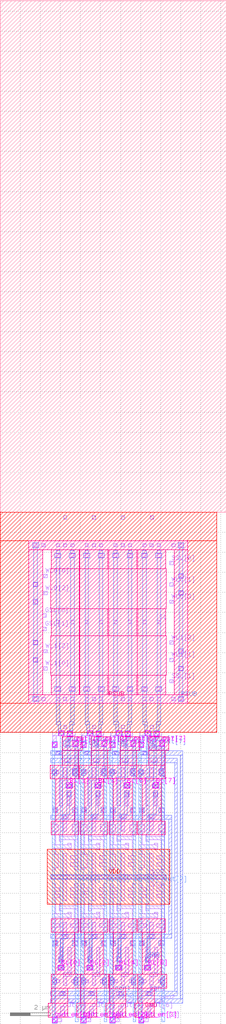
<source format=lef>
VERSION 5.7 ;
  NOWIREEXTENSIONATPIN ON ;
  DIVIDERCHAR "/" ;
  BUSBITCHARS "[]" ;
MACRO flash_array_8x8
  CLASS BLOCK ;
  FOREIGN flash_array_8x8 ;
  ORIGIN 0.000 0.000 ;
  SIZE 11.275 BY 25.530 ;
  PIN PSUB
    ANTENNADIFFAREA 8.916200 ;
    PORT
      LAYER pwell ;
        RECT 1.430 -1.860 9.360 -1.430 ;
        RECT 1.430 -9.110 2.110 -1.860 ;
        RECT 2.535 -2.830 3.935 -1.860 ;
        RECT 3.975 -2.830 5.375 -1.860 ;
        RECT 5.415 -2.830 6.815 -1.860 ;
        RECT 6.855 -2.830 8.255 -1.860 ;
        RECT 2.520 -4.810 3.950 -2.830 ;
        RECT 3.960 -4.810 5.390 -2.830 ;
        RECT 5.400 -4.810 6.830 -2.830 ;
        RECT 6.840 -4.810 8.270 -2.830 ;
        RECT 2.535 -6.160 3.935 -4.810 ;
        RECT 3.975 -6.160 5.375 -4.810 ;
        RECT 5.415 -6.160 6.815 -4.810 ;
        RECT 6.855 -6.160 8.255 -4.810 ;
        RECT 2.520 -8.140 3.950 -6.160 ;
        RECT 3.960 -8.140 5.390 -6.160 ;
        RECT 5.400 -8.140 6.830 -6.160 ;
        RECT 6.840 -8.140 8.270 -6.160 ;
        RECT 2.535 -9.110 3.935 -8.140 ;
        RECT 3.975 -9.110 5.375 -8.140 ;
        RECT 5.415 -9.110 6.815 -8.140 ;
        RECT 6.855 -9.110 8.255 -8.140 ;
        RECT 8.680 -9.110 9.360 -1.860 ;
        RECT 1.430 -9.540 9.360 -9.110 ;
      LAYER li1 ;
        RECT 1.680 -1.730 1.850 -1.560 ;
        RECT 2.075 -1.730 2.245 -1.560 ;
        RECT 2.790 -1.730 2.960 -1.560 ;
        RECT 3.150 -1.730 3.320 -1.560 ;
        RECT 3.510 -1.730 3.680 -1.560 ;
        RECT 4.230 -1.730 4.400 -1.560 ;
        RECT 4.590 -1.730 4.760 -1.560 ;
        RECT 4.950 -1.730 5.120 -1.560 ;
        RECT 5.670 -1.730 5.840 -1.560 ;
        RECT 6.030 -1.730 6.200 -1.560 ;
        RECT 6.390 -1.730 6.560 -1.560 ;
        RECT 7.110 -1.730 7.280 -1.560 ;
        RECT 7.470 -1.730 7.640 -1.560 ;
        RECT 7.830 -1.730 8.000 -1.560 ;
        RECT 8.550 -1.730 8.720 -1.560 ;
        RECT 8.930 -1.730 9.100 -1.560 ;
        RECT 8.930 -3.260 9.100 -3.090 ;
        RECT 1.680 -3.690 1.850 -3.520 ;
        RECT 8.930 -4.120 9.100 -3.950 ;
        RECT 1.680 -4.550 1.850 -4.380 ;
        RECT 1.680 -6.590 1.850 -6.420 ;
        RECT 8.930 -7.020 9.100 -6.850 ;
        RECT 1.680 -7.450 1.850 -7.280 ;
        RECT 8.930 -7.880 9.100 -7.710 ;
        RECT 1.680 -9.410 1.850 -9.240 ;
        RECT 2.075 -9.410 2.245 -9.240 ;
        RECT 2.790 -9.410 2.960 -9.240 ;
        RECT 3.150 -9.410 3.320 -9.240 ;
        RECT 3.510 -9.410 3.680 -9.240 ;
        RECT 4.230 -9.410 4.400 -9.240 ;
        RECT 4.590 -9.410 4.760 -9.240 ;
        RECT 4.950 -9.410 5.120 -9.240 ;
        RECT 5.670 -9.410 5.840 -9.240 ;
        RECT 6.030 -9.410 6.200 -9.240 ;
        RECT 6.390 -9.410 6.560 -9.240 ;
        RECT 7.110 -9.410 7.280 -9.240 ;
        RECT 7.470 -9.410 7.640 -9.240 ;
        RECT 7.830 -9.410 8.000 -9.240 ;
        RECT 8.550 -9.410 8.720 -9.240 ;
        RECT 8.930 -9.410 9.100 -9.240 ;
      LAYER met1 ;
        RECT 1.620 -1.760 1.910 -1.530 ;
        RECT 8.870 -1.760 9.160 -1.530 ;
        RECT 1.680 -3.490 1.850 -1.760 ;
        RECT 8.930 -3.060 9.100 -1.760 ;
        RECT 8.900 -3.290 9.130 -3.060 ;
        RECT 1.650 -3.720 1.880 -3.490 ;
        RECT 1.680 -4.350 1.850 -3.720 ;
        RECT 8.930 -3.920 9.100 -3.290 ;
        RECT 8.900 -4.150 9.130 -3.920 ;
        RECT 1.650 -4.580 1.880 -4.350 ;
        RECT 1.680 -6.390 1.850 -4.580 ;
        RECT 1.650 -6.620 1.880 -6.390 ;
        RECT 1.680 -7.250 1.850 -6.620 ;
        RECT 8.930 -6.820 9.100 -4.150 ;
        RECT 8.900 -7.050 9.130 -6.820 ;
        RECT 1.650 -7.480 1.880 -7.250 ;
        RECT 1.680 -9.210 1.850 -7.480 ;
        RECT 8.930 -7.680 9.100 -7.050 ;
        RECT 8.900 -7.910 9.130 -7.680 ;
        RECT 8.930 -9.210 9.100 -7.910 ;
        RECT 1.620 -9.440 1.910 -9.210 ;
        RECT 8.870 -9.440 9.160 -9.210 ;
    END
  END PSUB
  PIN BL[0]
    ANTENNAGATEAREA 0.126000 ;
    ANTENNADIFFAREA 0.273000 ;
    PORT
      LAYER li1 ;
        RECT 2.790 -2.240 2.960 -2.070 ;
        RECT 2.790 -8.900 2.960 -8.730 ;
        RECT 2.865 -22.800 3.195 -22.630 ;
      LAYER mcon ;
        RECT 2.945 -22.800 3.115 -22.630 ;
      LAYER met1 ;
        RECT 2.790 -2.040 2.960 -1.905 ;
        RECT 2.730 -2.270 3.020 -2.040 ;
        RECT 2.790 -8.700 2.960 -2.270 ;
        RECT 2.730 -8.930 3.020 -8.700 ;
        RECT 2.790 -10.455 2.960 -8.930 ;
        RECT 2.790 -10.595 3.025 -10.455 ;
        RECT 2.885 -10.895 3.025 -10.595 ;
        RECT 2.885 -11.155 3.205 -10.895 ;
        RECT 2.870 -22.860 3.190 -22.600 ;
      LAYER via ;
        RECT 2.915 -11.155 3.175 -10.895 ;
        RECT 2.900 -22.860 3.160 -22.600 ;
      LAYER met2 ;
        RECT 2.885 -11.155 3.205 -10.895 ;
        RECT 2.985 -22.600 3.125 -11.155 ;
        RECT 2.870 -22.860 3.190 -22.600 ;
    END
  END BL[0]
  PIN BL[1]
    ANTENNAGATEAREA 0.126000 ;
    ANTENNADIFFAREA 0.273000 ;
    PORT
      LAYER li1 ;
        RECT 3.510 -2.240 3.680 -2.070 ;
        RECT 3.510 -8.900 3.680 -8.730 ;
        RECT 3.275 -13.735 3.605 -13.565 ;
      LAYER mcon ;
        RECT 3.355 -13.735 3.525 -13.565 ;
      LAYER met1 ;
        RECT 3.510 -2.040 3.680 -1.905 ;
        RECT 3.450 -2.270 3.740 -2.040 ;
        RECT 3.510 -8.700 3.680 -2.270 ;
        RECT 3.450 -8.930 3.740 -8.700 ;
        RECT 3.510 -10.455 3.680 -8.930 ;
        RECT 3.465 -10.595 3.680 -10.455 ;
        RECT 3.465 -10.895 3.605 -10.595 ;
        RECT 3.345 -11.215 3.605 -10.895 ;
        RECT 3.280 -13.765 3.600 -13.505 ;
      LAYER via ;
        RECT 3.345 -11.185 3.605 -10.925 ;
        RECT 3.310 -13.765 3.570 -13.505 ;
      LAYER met2 ;
        RECT 3.345 -11.215 3.605 -10.895 ;
        RECT 3.345 -13.505 3.485 -11.215 ;
        RECT 3.280 -13.765 3.600 -13.505 ;
    END
  END BL[1]
  PIN BL[2]
    ANTENNAGATEAREA 0.126000 ;
    ANTENNADIFFAREA 0.273000 ;
    PORT
      LAYER li1 ;
        RECT 4.230 -2.240 4.400 -2.070 ;
        RECT 4.230 -8.900 4.400 -8.730 ;
        RECT 4.305 -22.800 4.635 -22.630 ;
      LAYER mcon ;
        RECT 4.385 -22.800 4.555 -22.630 ;
      LAYER met1 ;
        RECT 4.230 -2.040 4.400 -1.905 ;
        RECT 4.170 -2.270 4.460 -2.040 ;
        RECT 4.230 -8.700 4.400 -2.270 ;
        RECT 4.170 -8.930 4.460 -8.700 ;
        RECT 4.230 -10.455 4.400 -8.930 ;
        RECT 4.230 -10.595 4.465 -10.455 ;
        RECT 4.325 -10.895 4.465 -10.595 ;
        RECT 4.325 -11.155 4.645 -10.895 ;
        RECT 4.310 -22.860 4.630 -22.600 ;
      LAYER via ;
        RECT 4.355 -11.155 4.615 -10.895 ;
        RECT 4.340 -22.860 4.600 -22.600 ;
      LAYER met2 ;
        RECT 4.325 -11.155 4.645 -10.895 ;
        RECT 4.425 -22.600 4.565 -11.155 ;
        RECT 4.310 -22.860 4.630 -22.600 ;
    END
  END BL[2]
  PIN BL[3]
    ANTENNAGATEAREA 0.126000 ;
    ANTENNADIFFAREA 0.273000 ;
    PORT
      LAYER li1 ;
        RECT 4.950 -2.240 5.120 -2.070 ;
        RECT 4.950 -8.900 5.120 -8.730 ;
        RECT 4.715 -13.735 5.045 -13.565 ;
      LAYER mcon ;
        RECT 4.795 -13.735 4.965 -13.565 ;
      LAYER met1 ;
        RECT 4.950 -2.040 5.120 -1.905 ;
        RECT 4.890 -2.270 5.180 -2.040 ;
        RECT 4.950 -8.700 5.120 -2.270 ;
        RECT 4.890 -8.930 5.180 -8.700 ;
        RECT 4.950 -10.455 5.120 -8.930 ;
        RECT 4.905 -10.595 5.120 -10.455 ;
        RECT 4.905 -10.895 5.045 -10.595 ;
        RECT 4.785 -11.215 5.045 -10.895 ;
        RECT 4.720 -13.765 5.040 -13.505 ;
      LAYER via ;
        RECT 4.785 -11.185 5.045 -10.925 ;
        RECT 4.750 -13.765 5.010 -13.505 ;
      LAYER met2 ;
        RECT 4.785 -11.215 5.045 -10.895 ;
        RECT 4.785 -13.505 4.925 -11.215 ;
        RECT 4.720 -13.765 5.040 -13.505 ;
    END
  END BL[3]
  PIN BL[4]
    ANTENNAGATEAREA 0.126000 ;
    ANTENNADIFFAREA 0.273000 ;
    PORT
      LAYER li1 ;
        RECT 5.670 -2.240 5.840 -2.070 ;
        RECT 5.670 -8.900 5.840 -8.730 ;
        RECT 5.745 -22.800 6.075 -22.630 ;
      LAYER mcon ;
        RECT 5.825 -22.800 5.995 -22.630 ;
      LAYER met1 ;
        RECT 5.670 -2.040 5.840 -1.905 ;
        RECT 5.610 -2.270 5.900 -2.040 ;
        RECT 5.670 -8.700 5.840 -2.270 ;
        RECT 5.610 -8.930 5.900 -8.700 ;
        RECT 5.670 -10.455 5.840 -8.930 ;
        RECT 5.670 -10.595 5.905 -10.455 ;
        RECT 5.765 -10.895 5.905 -10.595 ;
        RECT 5.765 -11.155 6.085 -10.895 ;
        RECT 5.750 -22.860 6.070 -22.600 ;
      LAYER via ;
        RECT 5.795 -11.155 6.055 -10.895 ;
        RECT 5.780 -22.860 6.040 -22.600 ;
      LAYER met2 ;
        RECT 5.765 -11.155 6.085 -10.895 ;
        RECT 5.865 -22.600 6.005 -11.155 ;
        RECT 5.750 -22.860 6.070 -22.600 ;
    END
  END BL[4]
  PIN BL[5]
    ANTENNAGATEAREA 0.126000 ;
    ANTENNADIFFAREA 0.273000 ;
    PORT
      LAYER li1 ;
        RECT 6.390 -2.240 6.560 -2.070 ;
        RECT 6.390 -8.900 6.560 -8.730 ;
        RECT 6.155 -13.735 6.485 -13.565 ;
      LAYER mcon ;
        RECT 6.235 -13.735 6.405 -13.565 ;
      LAYER met1 ;
        RECT 6.390 -2.040 6.560 -1.905 ;
        RECT 6.330 -2.270 6.620 -2.040 ;
        RECT 6.390 -8.700 6.560 -2.270 ;
        RECT 6.330 -8.930 6.620 -8.700 ;
        RECT 6.390 -10.455 6.560 -8.930 ;
        RECT 6.345 -10.595 6.560 -10.455 ;
        RECT 6.345 -10.895 6.485 -10.595 ;
        RECT 6.225 -11.215 6.485 -10.895 ;
        RECT 6.160 -13.765 6.480 -13.505 ;
      LAYER via ;
        RECT 6.225 -11.185 6.485 -10.925 ;
        RECT 6.190 -13.765 6.450 -13.505 ;
      LAYER met2 ;
        RECT 6.225 -11.215 6.485 -10.895 ;
        RECT 6.225 -13.505 6.365 -11.215 ;
        RECT 6.160 -13.765 6.480 -13.505 ;
    END
  END BL[5]
  PIN BL[6]
    ANTENNAGATEAREA 0.126000 ;
    ANTENNADIFFAREA 0.273000 ;
    PORT
      LAYER li1 ;
        RECT 7.110 -2.240 7.280 -2.070 ;
        RECT 7.110 -8.900 7.280 -8.730 ;
        RECT 7.185 -22.800 7.515 -22.630 ;
      LAYER mcon ;
        RECT 7.265 -22.800 7.435 -22.630 ;
      LAYER met1 ;
        RECT 7.110 -2.040 7.280 -1.905 ;
        RECT 7.050 -2.270 7.340 -2.040 ;
        RECT 7.110 -8.700 7.280 -2.270 ;
        RECT 7.050 -8.930 7.340 -8.700 ;
        RECT 7.110 -10.455 7.280 -8.930 ;
        RECT 7.110 -10.595 7.345 -10.455 ;
        RECT 7.205 -10.895 7.345 -10.595 ;
        RECT 7.205 -11.155 7.525 -10.895 ;
        RECT 7.190 -22.860 7.510 -22.600 ;
      LAYER via ;
        RECT 7.235 -11.155 7.495 -10.895 ;
        RECT 7.220 -22.860 7.480 -22.600 ;
      LAYER met2 ;
        RECT 7.205 -11.155 7.525 -10.895 ;
        RECT 7.305 -22.600 7.445 -11.155 ;
        RECT 7.190 -22.860 7.510 -22.600 ;
    END
  END BL[6]
  PIN BL[7]
    ANTENNAGATEAREA 0.126000 ;
    ANTENNADIFFAREA 0.273000 ;
    PORT
      LAYER li1 ;
        RECT 7.830 -2.240 8.000 -2.070 ;
        RECT 7.830 -8.900 8.000 -8.730 ;
        RECT 7.595 -13.735 7.925 -13.565 ;
      LAYER mcon ;
        RECT 7.675 -13.735 7.845 -13.565 ;
      LAYER met1 ;
        RECT 7.830 -2.040 8.000 -1.905 ;
        RECT 7.770 -2.270 8.060 -2.040 ;
        RECT 7.830 -8.700 8.000 -2.270 ;
        RECT 7.770 -8.930 8.060 -8.700 ;
        RECT 7.830 -10.455 8.000 -8.930 ;
        RECT 7.785 -10.595 8.000 -10.455 ;
        RECT 7.785 -10.895 7.925 -10.595 ;
        RECT 7.665 -11.215 7.925 -10.895 ;
        RECT 7.600 -13.765 7.920 -13.505 ;
      LAYER via ;
        RECT 7.665 -11.185 7.925 -10.925 ;
        RECT 7.630 -13.765 7.890 -13.505 ;
      LAYER met2 ;
        RECT 7.665 -11.215 7.925 -10.895 ;
        RECT 7.665 -13.505 7.805 -11.215 ;
        RECT 7.600 -13.765 7.920 -13.505 ;
    END
  END BL[7]
  PIN SSL[0]
    ANTENNAGATEAREA 1.680000 ;
    PORT
      LAYER li1 ;
        RECT 8.450 -2.625 8.620 -2.455 ;
    END
  END SSL[0]
  PIN WL0[0]
    ANTENNAGATEAREA 0.792000 ;
    PORT
      LAYER li1 ;
        RECT 2.170 -3.260 2.340 -3.090 ;
    END
  END WL0[0]
  PIN WL0[1]
    ANTENNAGATEAREA 0.792000 ;
    PORT
      LAYER li1 ;
        RECT 8.450 -3.690 8.620 -3.520 ;
    END
  END WL0[1]
  PIN WL0[2]
    ANTENNAGATEAREA 0.792000 ;
    PORT
      LAYER li1 ;
        RECT 2.170 -4.120 2.340 -3.950 ;
    END
  END WL0[2]
  PIN WL0[3]
    ANTENNAGATEAREA 0.792000 ;
    PORT
      LAYER li1 ;
        RECT 8.450 -4.550 8.620 -4.380 ;
    END
  END WL0[3]
  PIN GSL[0]
    ANTENNAGATEAREA 1.680000 ;
    PORT
      LAYER li1 ;
        RECT 2.125 -5.235 2.295 -5.065 ;
    END
  END GSL[0]
  PIN GSL[1]
    ANTENNAGATEAREA 1.680000 ;
    PORT
      LAYER li1 ;
        RECT 2.125 -5.905 2.295 -5.735 ;
    END
  END GSL[1]
  PIN SL
    ANTENNADIFFAREA 1.344000 ;
    PORT
      LAYER li1 ;
        RECT 2.790 -5.570 2.960 -5.400 ;
        RECT 3.510 -5.570 3.680 -5.400 ;
        RECT 4.230 -5.570 4.400 -5.400 ;
        RECT 4.950 -5.570 5.120 -5.400 ;
        RECT 5.670 -5.570 5.840 -5.400 ;
        RECT 6.390 -5.570 6.560 -5.400 ;
        RECT 7.110 -5.570 7.280 -5.400 ;
        RECT 7.830 -5.570 8.000 -5.400 ;
    END
  END SL
  PIN WL1[2]
    ANTENNAGATEAREA 0.792000 ;
    PORT
      LAYER li1 ;
        RECT 2.170 -7.020 2.340 -6.850 ;
    END
  END WL1[2]
  PIN WL1[3]
    ANTENNAGATEAREA 0.792000 ;
    PORT
      LAYER li1 ;
        RECT 8.450 -6.590 8.620 -6.420 ;
    END
  END WL1[3]
  PIN WL1[0]
    ANTENNAGATEAREA 0.792000 ;
    PORT
      LAYER li1 ;
        RECT 2.170 -7.880 2.340 -7.710 ;
    END
  END WL1[0]
  PIN WL1[1]
    ANTENNAGATEAREA 0.792000 ;
    PORT
      LAYER li1 ;
        RECT 8.450 -7.450 8.620 -7.280 ;
    END
  END WL1[1]
  PIN out_en[0]
    ANTENNAGATEAREA 0.126000 ;
    PORT
      LAYER li1 ;
        RECT 2.630 -11.140 3.735 -10.970 ;
        RECT 2.630 -11.680 2.800 -11.140 ;
        RECT 2.630 -25.415 3.065 -25.245 ;
      LAYER met1 ;
        RECT 2.585 -11.755 2.845 -11.435 ;
        RECT 2.585 -25.490 2.845 -25.170 ;
      LAYER via ;
        RECT 2.585 -11.725 2.845 -11.465 ;
        RECT 2.585 -25.460 2.845 -25.200 ;
      LAYER met2 ;
        RECT 2.585 -11.755 2.845 -11.435 ;
        RECT 2.585 -25.170 2.725 -11.755 ;
        RECT 2.585 -25.490 2.845 -25.170 ;
    END
  END out_en[0]
  PIN out[1]
    ANTENNADIFFAREA 0.111300 ;
    PORT
      LAYER li1 ;
        RECT 3.270 -11.750 3.440 -11.330 ;
      LAYER mcon ;
        RECT 3.270 -11.625 3.440 -11.455 ;
      LAYER met1 ;
        RECT 3.625 -11.395 3.885 -11.380 ;
        RECT 3.180 -11.685 3.885 -11.395 ;
        RECT 3.625 -11.700 3.885 -11.685 ;
      LAYER via ;
        RECT 3.625 -11.670 3.885 -11.410 ;
      LAYER met2 ;
        RECT 3.625 -11.700 3.885 -11.380 ;
        RECT 3.745 -25.430 3.885 -11.700 ;
    END
  END out[1]
  PIN out[0]
    ANTENNADIFFAREA 0.111300 ;
    PORT
      LAYER li1 ;
        RECT 3.030 -25.055 3.200 -24.635 ;
    END
  END out[0]
  PIN out_en[1]
    ANTENNAGATEAREA 0.126000 ;
    PORT
      LAYER li1 ;
        RECT 4.070 -11.140 5.175 -10.970 ;
        RECT 4.070 -11.680 4.240 -11.140 ;
        RECT 4.070 -25.415 4.505 -25.245 ;
      LAYER met1 ;
        RECT 4.025 -11.755 4.285 -11.435 ;
        RECT 4.025 -25.490 4.285 -25.170 ;
      LAYER via ;
        RECT 4.025 -11.725 4.285 -11.465 ;
        RECT 4.025 -25.460 4.285 -25.200 ;
      LAYER met2 ;
        RECT 4.025 -11.755 4.285 -11.435 ;
        RECT 4.025 -25.170 4.165 -11.755 ;
        RECT 4.025 -25.490 4.285 -25.170 ;
    END
  END out_en[1]
  PIN out[3]
    ANTENNADIFFAREA 0.111300 ;
    PORT
      LAYER li1 ;
        RECT 4.710 -11.750 4.880 -11.330 ;
      LAYER mcon ;
        RECT 4.710 -11.625 4.880 -11.455 ;
      LAYER met1 ;
        RECT 5.065 -11.395 5.325 -11.380 ;
        RECT 4.620 -11.685 5.325 -11.395 ;
        RECT 5.065 -11.700 5.325 -11.685 ;
      LAYER via ;
        RECT 5.065 -11.670 5.325 -11.410 ;
      LAYER met2 ;
        RECT 5.065 -11.700 5.325 -11.380 ;
        RECT 5.185 -25.430 5.325 -11.700 ;
    END
  END out[3]
  PIN out[2]
    ANTENNADIFFAREA 0.111300 ;
    PORT
      LAYER li1 ;
        RECT 4.470 -25.055 4.640 -24.635 ;
    END
  END out[2]
  PIN out_en[2]
    ANTENNAGATEAREA 0.126000 ;
    PORT
      LAYER li1 ;
        RECT 5.510 -11.140 6.615 -10.970 ;
        RECT 5.510 -11.680 5.680 -11.140 ;
        RECT 5.510 -25.415 5.945 -25.245 ;
      LAYER met1 ;
        RECT 5.465 -11.755 5.725 -11.435 ;
        RECT 5.465 -25.490 5.725 -25.170 ;
      LAYER via ;
        RECT 5.465 -11.725 5.725 -11.465 ;
        RECT 5.465 -25.460 5.725 -25.200 ;
      LAYER met2 ;
        RECT 5.465 -11.755 5.725 -11.435 ;
        RECT 5.465 -25.170 5.605 -11.755 ;
        RECT 5.465 -25.490 5.725 -25.170 ;
    END
  END out_en[2]
  PIN out[5]
    ANTENNADIFFAREA 0.111300 ;
    PORT
      LAYER li1 ;
        RECT 6.150 -11.750 6.320 -11.330 ;
      LAYER mcon ;
        RECT 6.150 -11.625 6.320 -11.455 ;
      LAYER met1 ;
        RECT 6.505 -11.395 6.765 -11.380 ;
        RECT 6.060 -11.685 6.765 -11.395 ;
        RECT 6.505 -11.700 6.765 -11.685 ;
      LAYER via ;
        RECT 6.505 -11.670 6.765 -11.410 ;
      LAYER met2 ;
        RECT 6.505 -11.700 6.765 -11.380 ;
        RECT 6.625 -25.430 6.765 -11.700 ;
    END
  END out[5]
  PIN out[4]
    ANTENNADIFFAREA 0.111300 ;
    PORT
      LAYER li1 ;
        RECT 5.910 -25.055 6.080 -24.635 ;
    END
  END out[4]
  PIN out_en[3]
    ANTENNAGATEAREA 0.126000 ;
    PORT
      LAYER li1 ;
        RECT 6.950 -11.140 8.055 -10.970 ;
        RECT 6.950 -11.680 7.120 -11.140 ;
        RECT 6.950 -25.415 7.385 -25.245 ;
      LAYER met1 ;
        RECT 6.905 -11.755 7.165 -11.435 ;
        RECT 6.905 -25.490 7.165 -25.170 ;
      LAYER via ;
        RECT 6.905 -11.725 7.165 -11.465 ;
        RECT 6.905 -25.460 7.165 -25.200 ;
      LAYER met2 ;
        RECT 6.905 -11.755 7.165 -11.435 ;
        RECT 6.905 -25.170 7.045 -11.755 ;
        RECT 6.905 -25.490 7.165 -25.170 ;
    END
  END out_en[3]
  PIN out[7]
    ANTENNADIFFAREA 0.111300 ;
    PORT
      LAYER li1 ;
        RECT 7.590 -11.750 7.760 -11.330 ;
      LAYER mcon ;
        RECT 7.590 -11.625 7.760 -11.455 ;
      LAYER met1 ;
        RECT 7.945 -11.395 8.205 -11.380 ;
        RECT 7.500 -11.685 8.205 -11.395 ;
        RECT 7.945 -11.700 8.205 -11.685 ;
      LAYER via ;
        RECT 7.945 -11.670 8.205 -11.410 ;
      LAYER met2 ;
        RECT 7.945 -11.700 8.205 -11.380 ;
        RECT 8.065 -25.430 8.205 -11.700 ;
    END
  END out[7]
  PIN out[6]
    ANTENNADIFFAREA 0.111300 ;
    PORT
      LAYER li1 ;
        RECT 7.350 -25.055 7.520 -24.635 ;
    END
  END out[6]
  PIN SSL[1]
    ANTENNAGATEAREA 1.680000 ;
    PORT
      LAYER li1 ;
        RECT 8.450 -8.515 8.620 -8.345 ;
    END
  END SSL[1]
  PIN GND
    ANTENNADIFFAREA 3.279200 ;
    PORT
      LAYER pwell ;
        RECT 3.100 -11.880 4.085 -11.200 ;
        RECT 4.540 -11.880 5.525 -11.200 ;
        RECT 5.980 -11.880 6.965 -11.200 ;
        RECT 7.420 -11.880 8.405 -11.200 ;
        RECT 3.100 -12.625 3.920 -11.880 ;
        RECT 4.540 -12.625 5.360 -11.880 ;
        RECT 5.980 -12.625 6.800 -11.880 ;
        RECT 7.420 -12.625 8.240 -11.880 ;
        RECT 2.490 -13.305 3.920 -12.625 ;
        RECT 3.930 -13.305 5.360 -12.625 ;
        RECT 5.370 -13.305 6.800 -12.625 ;
        RECT 6.810 -13.305 8.240 -12.625 ;
        RECT 2.765 -15.415 3.705 -13.305 ;
        RECT 4.205 -15.415 5.145 -13.305 ;
        RECT 5.645 -15.415 6.585 -13.305 ;
        RECT 7.085 -15.415 8.025 -13.305 ;
        RECT 2.550 -16.095 3.920 -15.415 ;
        RECT 3.990 -16.095 5.360 -15.415 ;
        RECT 5.430 -16.095 6.800 -15.415 ;
        RECT 6.870 -16.095 8.240 -15.415 ;
        RECT 2.550 -20.950 3.920 -20.270 ;
        RECT 3.990 -20.950 5.360 -20.270 ;
        RECT 5.430 -20.950 6.800 -20.270 ;
        RECT 6.870 -20.950 8.240 -20.270 ;
        RECT 2.765 -23.060 3.705 -20.950 ;
        RECT 4.205 -23.060 5.145 -20.950 ;
        RECT 5.645 -23.060 6.585 -20.950 ;
        RECT 7.085 -23.060 8.025 -20.950 ;
        RECT 2.550 -23.740 3.980 -23.060 ;
        RECT 3.990 -23.740 5.420 -23.060 ;
        RECT 5.430 -23.740 6.860 -23.060 ;
        RECT 6.870 -23.740 8.300 -23.060 ;
        RECT 2.550 -24.505 3.370 -23.740 ;
        RECT 3.990 -24.505 4.810 -23.740 ;
        RECT 5.430 -24.505 6.250 -23.740 ;
        RECT 6.870 -24.505 7.690 -23.740 ;
        RECT 2.385 -25.185 3.370 -24.505 ;
        RECT 3.825 -25.185 4.810 -24.505 ;
        RECT 5.265 -25.185 6.250 -24.505 ;
        RECT 6.705 -25.185 7.690 -24.505 ;
      LAYER li1 ;
        RECT 3.365 -13.965 3.535 -13.905 ;
        RECT 4.805 -13.965 4.975 -13.905 ;
        RECT 6.245 -13.965 6.415 -13.905 ;
        RECT 7.685 -13.965 7.855 -13.905 ;
        RECT 3.345 -14.135 3.535 -13.965 ;
        RECT 4.785 -14.135 4.975 -13.965 ;
        RECT 6.225 -14.135 6.415 -13.965 ;
        RECT 7.665 -14.135 7.855 -13.965 ;
        RECT 3.365 -14.655 3.535 -14.135 ;
        RECT 4.805 -14.655 4.975 -14.135 ;
        RECT 6.245 -14.655 6.415 -14.135 ;
        RECT 7.685 -14.655 7.855 -14.135 ;
        RECT 3.070 -15.275 3.400 -15.105 ;
        RECT 4.510 -15.275 4.840 -15.105 ;
        RECT 5.950 -15.275 6.280 -15.105 ;
        RECT 7.390 -15.275 7.720 -15.105 ;
        RECT 3.150 -15.920 3.320 -15.275 ;
        RECT 4.590 -15.920 4.760 -15.275 ;
        RECT 6.030 -15.920 6.200 -15.275 ;
        RECT 7.470 -15.920 7.640 -15.275 ;
        RECT 3.150 -21.090 3.320 -20.460 ;
        RECT 4.590 -21.090 4.760 -20.460 ;
        RECT 6.030 -21.090 6.200 -20.460 ;
        RECT 7.470 -21.090 7.640 -20.460 ;
        RECT 3.070 -21.260 3.400 -21.090 ;
        RECT 4.510 -21.260 4.840 -21.090 ;
        RECT 5.950 -21.260 6.280 -21.090 ;
        RECT 7.390 -21.260 7.720 -21.090 ;
        RECT 2.935 -22.230 3.105 -21.710 ;
        RECT 4.375 -22.230 4.545 -21.710 ;
        RECT 5.815 -22.230 5.985 -21.710 ;
        RECT 7.255 -22.230 7.425 -21.710 ;
        RECT 2.935 -22.400 3.125 -22.230 ;
        RECT 4.375 -22.400 4.565 -22.230 ;
        RECT 5.815 -22.400 6.005 -22.230 ;
        RECT 7.255 -22.400 7.445 -22.230 ;
        RECT 2.935 -22.460 3.105 -22.400 ;
        RECT 4.375 -22.460 4.545 -22.400 ;
        RECT 5.815 -22.460 5.985 -22.400 ;
        RECT 7.255 -22.460 7.425 -22.400 ;
      LAYER mcon ;
        RECT 3.345 -14.135 3.515 -13.965 ;
        RECT 4.785 -14.135 4.955 -13.965 ;
        RECT 6.225 -14.135 6.395 -13.965 ;
        RECT 7.665 -14.135 7.835 -13.965 ;
        RECT 3.150 -15.275 3.320 -15.105 ;
        RECT 4.590 -15.275 4.760 -15.105 ;
        RECT 6.030 -15.275 6.200 -15.105 ;
        RECT 7.470 -15.275 7.640 -15.105 ;
        RECT 3.150 -21.260 3.320 -21.090 ;
        RECT 4.590 -21.260 4.760 -21.090 ;
        RECT 6.030 -21.260 6.200 -21.090 ;
        RECT 7.470 -21.260 7.640 -21.090 ;
        RECT 2.955 -22.400 3.125 -22.230 ;
        RECT 4.395 -22.400 4.565 -22.230 ;
        RECT 5.835 -22.400 6.005 -22.230 ;
        RECT 7.275 -22.400 7.445 -22.230 ;
      LAYER met1 ;
        RECT 3.315 -14.195 3.545 -13.905 ;
        RECT 4.755 -14.195 4.985 -13.905 ;
        RECT 6.195 -14.195 6.425 -13.905 ;
        RECT 7.635 -14.195 7.865 -13.905 ;
        RECT 3.315 -15.075 3.455 -14.195 ;
        RECT 4.755 -15.075 4.895 -14.195 ;
        RECT 6.195 -15.075 6.335 -14.195 ;
        RECT 7.635 -15.075 7.775 -14.195 ;
        RECT 3.090 -15.120 3.455 -15.075 ;
        RECT 4.530 -15.120 4.895 -15.075 ;
        RECT 5.970 -15.120 6.335 -15.075 ;
        RECT 7.410 -15.120 7.775 -15.075 ;
        RECT 2.515 -15.305 8.555 -15.120 ;
        RECT 8.415 -21.060 8.555 -15.305 ;
        RECT 2.515 -21.245 8.555 -21.060 ;
        RECT 3.015 -21.290 3.380 -21.245 ;
        RECT 4.455 -21.290 4.820 -21.245 ;
        RECT 5.895 -21.290 6.260 -21.245 ;
        RECT 7.335 -21.290 7.700 -21.245 ;
        RECT 3.015 -22.170 3.155 -21.290 ;
        RECT 4.455 -22.170 4.595 -21.290 ;
        RECT 5.895 -22.170 6.035 -21.290 ;
        RECT 7.335 -22.170 7.475 -21.290 ;
        RECT 2.925 -22.460 3.155 -22.170 ;
        RECT 4.365 -22.460 4.595 -22.170 ;
        RECT 5.805 -22.460 6.035 -22.170 ;
        RECT 7.245 -22.460 7.475 -22.170 ;
    END
  END GND
  PIN VDD
    ANTENNADIFFAREA 2.860800 ;
    PORT
      LAYER nwell ;
        RECT 2.335 -19.565 8.455 -16.815 ;
      LAYER li1 ;
        RECT 3.150 -18.105 3.320 -17.010 ;
        RECT 4.590 -18.105 4.760 -17.010 ;
        RECT 6.030 -18.105 6.200 -17.010 ;
        RECT 7.470 -18.105 7.640 -17.010 ;
        RECT 2.515 -18.275 8.275 -18.105 ;
        RECT 3.150 -19.370 3.320 -18.275 ;
        RECT 4.590 -19.370 4.760 -18.275 ;
        RECT 6.030 -19.370 6.200 -18.275 ;
        RECT 7.470 -19.370 7.640 -18.275 ;
      LAYER mcon ;
        RECT 3.150 -18.275 3.320 -18.105 ;
        RECT 4.590 -18.275 4.760 -18.105 ;
        RECT 6.030 -18.275 6.200 -18.105 ;
        RECT 7.470 -18.275 7.640 -18.105 ;
      LAYER met1 ;
        RECT 2.515 -18.305 8.275 -18.075 ;
    END
  END VDD
  PIN sen1
    ANTENNAGATEAREA 0.504000 ;
    PORT
      LAYER li1 ;
        RECT 3.200 -12.450 3.530 -12.280 ;
        RECT 4.640 -12.450 4.970 -12.280 ;
        RECT 6.080 -12.450 6.410 -12.280 ;
        RECT 7.520 -12.450 7.850 -12.280 ;
        RECT 3.280 -12.465 3.450 -12.450 ;
        RECT 4.720 -12.465 4.890 -12.450 ;
        RECT 6.160 -12.465 6.330 -12.450 ;
        RECT 7.600 -12.465 7.770 -12.450 ;
        RECT 3.020 -23.935 3.190 -23.920 ;
        RECT 4.460 -23.935 4.630 -23.920 ;
        RECT 5.900 -23.935 6.070 -23.920 ;
        RECT 7.340 -23.935 7.510 -23.920 ;
        RECT 2.940 -24.105 3.270 -23.935 ;
        RECT 4.380 -24.105 4.710 -23.935 ;
        RECT 5.820 -24.105 6.150 -23.935 ;
        RECT 7.260 -24.105 7.590 -23.935 ;
      LAYER mcon ;
        RECT 3.020 -24.090 3.190 -23.920 ;
        RECT 4.460 -24.090 4.630 -23.920 ;
        RECT 5.900 -24.090 6.070 -23.920 ;
        RECT 7.340 -24.090 7.510 -23.920 ;
      LAYER met1 ;
        RECT 2.515 -12.495 8.835 -12.265 ;
        RECT 8.695 -23.890 8.835 -12.495 ;
        RECT 2.515 -24.120 8.835 -23.890 ;
    END
  END sen1
  PIN sen2
    ANTENNAGATEAREA 0.504000 ;
    PORT
      LAYER li1 ;
        RECT 2.800 -11.940 2.970 -11.925 ;
        RECT 4.240 -11.940 4.410 -11.925 ;
        RECT 5.680 -11.940 5.850 -11.925 ;
        RECT 7.120 -11.940 7.290 -11.925 ;
        RECT 2.720 -12.110 3.050 -11.940 ;
        RECT 4.160 -12.110 4.490 -11.940 ;
        RECT 5.600 -12.110 5.930 -11.940 ;
        RECT 7.040 -12.110 7.370 -11.940 ;
        RECT 3.420 -24.445 3.750 -24.275 ;
        RECT 4.860 -24.445 5.190 -24.275 ;
        RECT 6.300 -24.445 6.630 -24.275 ;
        RECT 7.740 -24.445 8.070 -24.275 ;
        RECT 3.500 -24.460 3.670 -24.445 ;
        RECT 4.940 -24.460 5.110 -24.445 ;
        RECT 6.380 -24.460 6.550 -24.445 ;
        RECT 7.820 -24.460 7.990 -24.445 ;
      LAYER mcon ;
        RECT 2.800 -12.095 2.970 -11.925 ;
        RECT 4.240 -12.095 4.410 -11.925 ;
        RECT 5.680 -12.095 5.850 -11.925 ;
        RECT 7.120 -12.095 7.290 -11.925 ;
      LAYER met1 ;
        RECT 2.515 -12.125 9.115 -11.895 ;
        RECT 8.975 -24.260 9.115 -12.125 ;
        RECT 2.515 -24.490 9.115 -24.260 ;
    END
  END sen2
  OBS
      LAYER nwell ;
        RECT 0.000 -1.430 10.790 0.000 ;
        RECT 0.000 -9.540 1.430 -1.430 ;
        RECT 9.360 -9.540 10.790 -1.430 ;
        RECT 0.000 -10.970 10.790 -9.540 ;
      LAYER li1 ;
        RECT 3.160 -0.350 3.330 -0.180 ;
        RECT 4.600 -0.350 4.770 -0.180 ;
        RECT 6.040 -0.350 6.210 -0.180 ;
        RECT 7.480 -0.350 7.650 -0.180 ;
        RECT 3.160 -10.790 3.330 -10.620 ;
        RECT 4.600 -10.790 4.770 -10.620 ;
        RECT 6.040 -10.790 6.210 -10.620 ;
        RECT 7.480 -10.790 7.650 -10.620 ;
        RECT 3.700 -11.455 3.870 -11.330 ;
        RECT 5.140 -11.455 5.310 -11.330 ;
        RECT 6.580 -11.455 6.750 -11.330 ;
        RECT 8.020 -11.455 8.190 -11.330 ;
        RECT 3.670 -11.625 3.870 -11.455 ;
        RECT 5.110 -11.625 5.310 -11.455 ;
        RECT 6.550 -11.625 6.750 -11.455 ;
        RECT 7.990 -11.625 8.190 -11.455 ;
        RECT 3.700 -12.670 3.870 -11.625 ;
        RECT 5.140 -12.670 5.310 -11.625 ;
        RECT 6.580 -12.670 6.750 -11.625 ;
        RECT 8.020 -12.670 8.190 -11.625 ;
        RECT 2.565 -13.050 2.910 -12.880 ;
        RECT 3.150 -13.220 3.320 -12.755 ;
        RECT 3.665 -12.775 3.870 -12.670 ;
        RECT 3.665 -12.800 3.835 -12.775 ;
        RECT 3.580 -13.130 3.835 -12.800 ;
        RECT 4.005 -13.050 4.350 -12.880 ;
        RECT 3.665 -13.175 3.835 -13.130 ;
        RECT 4.590 -13.220 4.760 -12.755 ;
        RECT 5.105 -12.775 5.310 -12.670 ;
        RECT 5.105 -12.800 5.275 -12.775 ;
        RECT 5.020 -13.130 5.275 -12.800 ;
        RECT 5.445 -13.050 5.790 -12.880 ;
        RECT 5.105 -13.175 5.275 -13.130 ;
        RECT 6.030 -13.220 6.200 -12.755 ;
        RECT 6.545 -12.775 6.750 -12.670 ;
        RECT 6.545 -12.800 6.715 -12.775 ;
        RECT 6.460 -13.130 6.715 -12.800 ;
        RECT 6.885 -13.050 7.230 -12.880 ;
        RECT 6.545 -13.175 6.715 -13.130 ;
        RECT 7.470 -13.220 7.640 -12.755 ;
        RECT 7.985 -12.775 8.190 -12.670 ;
        RECT 7.985 -12.800 8.155 -12.775 ;
        RECT 7.900 -13.130 8.155 -12.800 ;
        RECT 7.985 -13.175 8.155 -13.130 ;
        RECT 2.935 -13.390 3.320 -13.220 ;
        RECT 4.375 -13.390 4.760 -13.220 ;
        RECT 5.815 -13.390 6.200 -13.220 ;
        RECT 7.255 -13.390 7.640 -13.220 ;
        RECT 2.935 -14.655 3.105 -13.390 ;
        RECT 4.375 -14.655 4.545 -13.390 ;
        RECT 5.815 -14.655 5.985 -13.390 ;
        RECT 7.255 -14.655 7.425 -13.390 ;
        RECT 2.600 -14.950 2.815 -14.780 ;
        RECT 3.655 -14.950 3.870 -14.780 ;
        RECT 2.600 -15.590 2.770 -14.950 ;
        RECT 3.700 -15.590 3.870 -14.950 ;
        RECT 2.600 -15.920 2.890 -15.590 ;
        RECT 3.580 -15.920 3.870 -15.590 ;
        RECT 2.600 -16.590 2.770 -15.920 ;
        RECT 2.940 -16.170 3.110 -16.090 ;
        RECT 3.700 -16.170 3.870 -15.920 ;
        RECT 2.940 -16.340 3.870 -16.170 ;
        RECT 2.940 -16.420 3.110 -16.340 ;
        RECT 3.360 -16.590 3.530 -16.510 ;
        RECT 2.600 -16.760 3.530 -16.590 ;
        RECT 2.600 -17.060 2.770 -16.760 ;
        RECT 3.360 -16.840 3.530 -16.760 ;
        RECT 2.600 -17.730 2.890 -17.060 ;
        RECT 3.700 -17.140 3.870 -16.340 ;
        RECT 3.500 -17.310 3.870 -17.140 ;
        RECT 3.700 -17.480 3.870 -17.310 ;
        RECT 3.500 -17.650 3.870 -17.480 ;
        RECT 2.600 -17.835 2.770 -17.730 ;
        RECT 3.700 -17.835 3.870 -17.650 ;
        RECT 4.040 -14.950 4.255 -14.780 ;
        RECT 5.095 -14.950 5.310 -14.780 ;
        RECT 4.040 -15.590 4.210 -14.950 ;
        RECT 5.140 -15.590 5.310 -14.950 ;
        RECT 4.040 -15.920 4.330 -15.590 ;
        RECT 5.020 -15.920 5.310 -15.590 ;
        RECT 4.040 -16.590 4.210 -15.920 ;
        RECT 4.380 -16.170 4.550 -16.090 ;
        RECT 5.140 -16.170 5.310 -15.920 ;
        RECT 4.380 -16.340 5.310 -16.170 ;
        RECT 4.380 -16.420 4.550 -16.340 ;
        RECT 4.800 -16.590 4.970 -16.510 ;
        RECT 4.040 -16.760 4.970 -16.590 ;
        RECT 4.040 -17.060 4.210 -16.760 ;
        RECT 4.800 -16.840 4.970 -16.760 ;
        RECT 4.040 -17.730 4.330 -17.060 ;
        RECT 5.140 -17.140 5.310 -16.340 ;
        RECT 4.940 -17.310 5.310 -17.140 ;
        RECT 5.140 -17.480 5.310 -17.310 ;
        RECT 4.940 -17.650 5.310 -17.480 ;
        RECT 4.040 -17.835 4.210 -17.730 ;
        RECT 5.140 -17.835 5.310 -17.650 ;
        RECT 5.480 -14.950 5.695 -14.780 ;
        RECT 6.535 -14.950 6.750 -14.780 ;
        RECT 5.480 -15.590 5.650 -14.950 ;
        RECT 6.580 -15.590 6.750 -14.950 ;
        RECT 5.480 -15.920 5.770 -15.590 ;
        RECT 6.460 -15.920 6.750 -15.590 ;
        RECT 5.480 -16.590 5.650 -15.920 ;
        RECT 5.820 -16.170 5.990 -16.090 ;
        RECT 6.580 -16.170 6.750 -15.920 ;
        RECT 5.820 -16.340 6.750 -16.170 ;
        RECT 5.820 -16.420 5.990 -16.340 ;
        RECT 6.240 -16.590 6.410 -16.510 ;
        RECT 5.480 -16.760 6.410 -16.590 ;
        RECT 5.480 -17.060 5.650 -16.760 ;
        RECT 6.240 -16.840 6.410 -16.760 ;
        RECT 5.480 -17.730 5.770 -17.060 ;
        RECT 6.580 -17.140 6.750 -16.340 ;
        RECT 6.380 -17.310 6.750 -17.140 ;
        RECT 6.580 -17.480 6.750 -17.310 ;
        RECT 6.380 -17.650 6.750 -17.480 ;
        RECT 5.480 -17.835 5.650 -17.730 ;
        RECT 6.580 -17.835 6.750 -17.650 ;
        RECT 6.920 -14.950 7.135 -14.780 ;
        RECT 7.975 -14.950 8.190 -14.780 ;
        RECT 6.920 -15.590 7.090 -14.950 ;
        RECT 8.020 -15.590 8.190 -14.950 ;
        RECT 6.920 -15.920 7.210 -15.590 ;
        RECT 7.900 -15.920 8.190 -15.590 ;
        RECT 6.920 -16.590 7.090 -15.920 ;
        RECT 7.260 -16.170 7.430 -16.090 ;
        RECT 8.020 -16.170 8.190 -15.920 ;
        RECT 7.260 -16.340 8.190 -16.170 ;
        RECT 7.260 -16.420 7.430 -16.340 ;
        RECT 7.680 -16.590 7.850 -16.510 ;
        RECT 6.920 -16.760 7.850 -16.590 ;
        RECT 6.920 -17.060 7.090 -16.760 ;
        RECT 7.680 -16.840 7.850 -16.760 ;
        RECT 6.920 -17.730 7.210 -17.060 ;
        RECT 8.020 -17.140 8.190 -16.340 ;
        RECT 7.820 -17.310 8.190 -17.140 ;
        RECT 8.020 -17.480 8.190 -17.310 ;
        RECT 7.820 -17.650 8.190 -17.480 ;
        RECT 6.920 -17.835 7.090 -17.730 ;
        RECT 8.020 -17.835 8.190 -17.650 ;
        RECT 2.600 -18.730 2.770 -18.545 ;
        RECT 3.700 -18.730 3.870 -18.545 ;
        RECT 2.600 -18.900 2.970 -18.730 ;
        RECT 3.500 -18.900 3.870 -18.730 ;
        RECT 2.600 -19.070 2.770 -18.900 ;
        RECT 3.700 -19.070 3.870 -18.900 ;
        RECT 2.600 -19.240 2.970 -19.070 ;
        RECT 3.500 -19.240 3.870 -19.070 ;
        RECT 2.600 -20.040 2.770 -19.240 ;
        RECT 2.940 -19.620 3.110 -19.540 ;
        RECT 3.700 -19.620 3.870 -19.240 ;
        RECT 2.940 -19.790 3.870 -19.620 ;
        RECT 2.940 -19.870 3.110 -19.790 ;
        RECT 3.360 -20.040 3.530 -19.960 ;
        RECT 2.600 -20.210 3.530 -20.040 ;
        RECT 2.600 -20.525 2.770 -20.210 ;
        RECT 3.360 -20.290 3.530 -20.210 ;
        RECT 3.700 -20.525 3.870 -19.790 ;
        RECT 2.600 -20.695 2.970 -20.525 ;
        RECT 3.500 -20.695 3.870 -20.525 ;
        RECT 2.600 -21.415 2.770 -20.695 ;
        RECT 3.700 -21.415 3.870 -20.695 ;
        RECT 2.600 -21.585 2.815 -21.415 ;
        RECT 3.655 -21.585 3.870 -21.415 ;
        RECT 4.040 -18.730 4.210 -18.545 ;
        RECT 5.140 -18.730 5.310 -18.545 ;
        RECT 4.040 -18.900 4.410 -18.730 ;
        RECT 4.940 -18.900 5.310 -18.730 ;
        RECT 4.040 -19.070 4.210 -18.900 ;
        RECT 5.140 -19.070 5.310 -18.900 ;
        RECT 4.040 -19.240 4.410 -19.070 ;
        RECT 4.940 -19.240 5.310 -19.070 ;
        RECT 4.040 -20.040 4.210 -19.240 ;
        RECT 4.380 -19.620 4.550 -19.540 ;
        RECT 5.140 -19.620 5.310 -19.240 ;
        RECT 4.380 -19.790 5.310 -19.620 ;
        RECT 4.380 -19.870 4.550 -19.790 ;
        RECT 4.800 -20.040 4.970 -19.960 ;
        RECT 4.040 -20.210 4.970 -20.040 ;
        RECT 4.040 -20.525 4.210 -20.210 ;
        RECT 4.800 -20.290 4.970 -20.210 ;
        RECT 5.140 -20.525 5.310 -19.790 ;
        RECT 4.040 -20.695 4.410 -20.525 ;
        RECT 4.940 -20.695 5.310 -20.525 ;
        RECT 4.040 -21.415 4.210 -20.695 ;
        RECT 5.140 -21.415 5.310 -20.695 ;
        RECT 4.040 -21.585 4.255 -21.415 ;
        RECT 5.095 -21.585 5.310 -21.415 ;
        RECT 5.480 -18.730 5.650 -18.545 ;
        RECT 6.580 -18.730 6.750 -18.545 ;
        RECT 5.480 -18.900 5.850 -18.730 ;
        RECT 6.380 -18.900 6.750 -18.730 ;
        RECT 5.480 -19.070 5.650 -18.900 ;
        RECT 6.580 -19.070 6.750 -18.900 ;
        RECT 5.480 -19.240 5.850 -19.070 ;
        RECT 6.380 -19.240 6.750 -19.070 ;
        RECT 5.480 -20.040 5.650 -19.240 ;
        RECT 5.820 -19.620 5.990 -19.540 ;
        RECT 6.580 -19.620 6.750 -19.240 ;
        RECT 5.820 -19.790 6.750 -19.620 ;
        RECT 5.820 -19.870 5.990 -19.790 ;
        RECT 6.240 -20.040 6.410 -19.960 ;
        RECT 5.480 -20.210 6.410 -20.040 ;
        RECT 5.480 -20.525 5.650 -20.210 ;
        RECT 6.240 -20.290 6.410 -20.210 ;
        RECT 6.580 -20.525 6.750 -19.790 ;
        RECT 5.480 -20.695 5.850 -20.525 ;
        RECT 6.380 -20.695 6.750 -20.525 ;
        RECT 5.480 -21.415 5.650 -20.695 ;
        RECT 6.580 -21.415 6.750 -20.695 ;
        RECT 5.480 -21.585 5.695 -21.415 ;
        RECT 6.535 -21.585 6.750 -21.415 ;
        RECT 6.920 -18.730 7.090 -18.545 ;
        RECT 8.020 -18.730 8.190 -18.545 ;
        RECT 6.920 -18.900 7.290 -18.730 ;
        RECT 7.820 -18.900 8.190 -18.730 ;
        RECT 6.920 -19.070 7.090 -18.900 ;
        RECT 8.020 -19.070 8.190 -18.900 ;
        RECT 6.920 -19.240 7.290 -19.070 ;
        RECT 7.820 -19.240 8.190 -19.070 ;
        RECT 6.920 -20.040 7.090 -19.240 ;
        RECT 7.260 -19.620 7.430 -19.540 ;
        RECT 8.020 -19.620 8.190 -19.240 ;
        RECT 7.260 -19.790 8.190 -19.620 ;
        RECT 7.260 -19.870 7.430 -19.790 ;
        RECT 7.680 -20.040 7.850 -19.960 ;
        RECT 6.920 -20.210 7.850 -20.040 ;
        RECT 6.920 -20.525 7.090 -20.210 ;
        RECT 7.680 -20.290 7.850 -20.210 ;
        RECT 8.020 -20.525 8.190 -19.790 ;
        RECT 6.920 -20.695 7.290 -20.525 ;
        RECT 7.820 -20.695 8.190 -20.525 ;
        RECT 6.920 -21.415 7.090 -20.695 ;
        RECT 8.020 -21.415 8.190 -20.695 ;
        RECT 6.920 -21.585 7.135 -21.415 ;
        RECT 7.975 -21.585 8.190 -21.415 ;
        RECT 3.365 -22.975 3.535 -21.710 ;
        RECT 4.805 -22.975 4.975 -21.710 ;
        RECT 6.245 -22.975 6.415 -21.710 ;
        RECT 7.685 -22.975 7.855 -21.710 ;
        RECT 3.150 -23.145 3.535 -22.975 ;
        RECT 4.590 -23.145 4.975 -22.975 ;
        RECT 6.030 -23.145 6.415 -22.975 ;
        RECT 7.470 -23.145 7.855 -22.975 ;
        RECT 2.600 -23.315 2.770 -23.190 ;
        RECT 2.600 -23.485 2.970 -23.315 ;
        RECT 2.600 -25.055 2.770 -23.485 ;
        RECT 3.150 -23.610 3.320 -23.145 ;
        RECT 3.700 -23.315 3.870 -23.190 ;
        RECT 3.560 -23.485 3.870 -23.315 ;
        RECT 3.700 -23.610 3.870 -23.485 ;
        RECT 4.040 -23.315 4.210 -23.190 ;
        RECT 4.040 -23.485 4.410 -23.315 ;
        RECT 4.040 -25.055 4.210 -23.485 ;
        RECT 4.590 -23.610 4.760 -23.145 ;
        RECT 5.140 -23.315 5.310 -23.190 ;
        RECT 5.000 -23.485 5.310 -23.315 ;
        RECT 5.140 -23.610 5.310 -23.485 ;
        RECT 5.480 -23.315 5.650 -23.190 ;
        RECT 5.480 -23.485 5.850 -23.315 ;
        RECT 5.480 -25.055 5.650 -23.485 ;
        RECT 6.030 -23.610 6.200 -23.145 ;
        RECT 6.580 -23.315 6.750 -23.190 ;
        RECT 6.440 -23.485 6.750 -23.315 ;
        RECT 6.580 -23.610 6.750 -23.485 ;
        RECT 6.920 -23.315 7.090 -23.190 ;
        RECT 6.920 -23.485 7.290 -23.315 ;
        RECT 6.920 -25.055 7.090 -23.485 ;
        RECT 7.470 -23.610 7.640 -23.145 ;
        RECT 8.020 -23.315 8.190 -23.190 ;
        RECT 7.880 -23.485 8.190 -23.315 ;
        RECT 8.020 -23.610 8.190 -23.485 ;
      LAYER mcon ;
        RECT 2.615 -13.050 2.785 -12.880 ;
        RECT 3.650 -13.050 3.820 -12.880 ;
        RECT 4.055 -13.050 4.225 -12.880 ;
        RECT 5.090 -13.050 5.260 -12.880 ;
        RECT 5.495 -13.050 5.665 -12.880 ;
        RECT 6.530 -13.050 6.700 -12.880 ;
        RECT 6.935 -13.050 7.105 -12.880 ;
        RECT 7.970 -13.050 8.140 -12.880 ;
        RECT 2.645 -14.950 2.815 -14.780 ;
        RECT 4.085 -14.950 4.255 -14.780 ;
        RECT 5.525 -14.950 5.695 -14.780 ;
        RECT 6.965 -14.950 7.135 -14.780 ;
        RECT 2.645 -21.585 2.815 -21.415 ;
        RECT 4.085 -21.585 4.255 -21.415 ;
        RECT 5.525 -21.585 5.695 -21.415 ;
        RECT 6.965 -21.585 7.135 -21.415 ;
        RECT 2.615 -23.485 2.785 -23.315 ;
        RECT 3.685 -23.485 3.855 -23.315 ;
        RECT 4.055 -23.485 4.225 -23.315 ;
        RECT 5.125 -23.485 5.295 -23.315 ;
        RECT 5.495 -23.485 5.665 -23.315 ;
        RECT 6.565 -23.485 6.735 -23.315 ;
        RECT 6.935 -23.485 7.105 -23.315 ;
        RECT 8.005 -23.485 8.175 -23.315 ;
      LAYER met1 ;
        RECT 2.585 -13.110 2.815 -12.820 ;
        RECT 3.620 -13.110 3.885 -12.820 ;
        RECT 2.585 -14.750 2.725 -13.110 ;
        RECT 3.745 -14.750 3.885 -13.110 ;
        RECT 2.585 -14.980 2.875 -14.750 ;
        RECT 3.595 -14.980 3.885 -14.750 ;
        RECT 4.025 -13.110 4.255 -12.820 ;
        RECT 5.060 -13.110 5.325 -12.820 ;
        RECT 4.025 -14.750 4.165 -13.110 ;
        RECT 5.185 -14.750 5.325 -13.110 ;
        RECT 4.025 -14.980 4.315 -14.750 ;
        RECT 5.035 -14.980 5.325 -14.750 ;
        RECT 5.465 -13.110 5.695 -12.820 ;
        RECT 6.500 -13.110 6.765 -12.820 ;
        RECT 5.465 -14.750 5.605 -13.110 ;
        RECT 6.625 -14.750 6.765 -13.110 ;
        RECT 5.465 -14.980 5.755 -14.750 ;
        RECT 6.475 -14.980 6.765 -14.750 ;
        RECT 6.905 -13.110 7.135 -12.820 ;
        RECT 7.940 -13.110 8.205 -12.820 ;
        RECT 6.905 -14.750 7.045 -13.110 ;
        RECT 8.065 -14.750 8.205 -13.110 ;
        RECT 6.905 -14.980 7.195 -14.750 ;
        RECT 7.915 -14.980 8.205 -14.750 ;
        RECT 2.585 -21.615 2.875 -21.385 ;
        RECT 3.595 -21.615 3.885 -21.385 ;
        RECT 2.585 -23.255 2.725 -21.615 ;
        RECT 3.745 -23.255 3.885 -21.615 ;
        RECT 2.585 -23.545 2.815 -23.255 ;
        RECT 3.655 -23.545 3.885 -23.255 ;
        RECT 4.025 -21.615 4.315 -21.385 ;
        RECT 5.035 -21.615 5.325 -21.385 ;
        RECT 4.025 -23.255 4.165 -21.615 ;
        RECT 5.185 -23.255 5.325 -21.615 ;
        RECT 4.025 -23.545 4.255 -23.255 ;
        RECT 5.095 -23.545 5.325 -23.255 ;
        RECT 5.465 -21.615 5.755 -21.385 ;
        RECT 6.475 -21.615 6.765 -21.385 ;
        RECT 5.465 -23.255 5.605 -21.615 ;
        RECT 6.625 -23.255 6.765 -21.615 ;
        RECT 5.465 -23.545 5.695 -23.255 ;
        RECT 6.535 -23.545 6.765 -23.255 ;
        RECT 6.905 -21.615 7.195 -21.385 ;
        RECT 7.915 -21.615 8.205 -21.385 ;
        RECT 6.905 -23.255 7.045 -21.615 ;
        RECT 8.065 -23.255 8.205 -21.615 ;
        RECT 6.905 -23.545 7.135 -23.255 ;
        RECT 7.975 -23.545 8.205 -23.255 ;
  END
END flash_array_8x8
END LIBRARY


</source>
